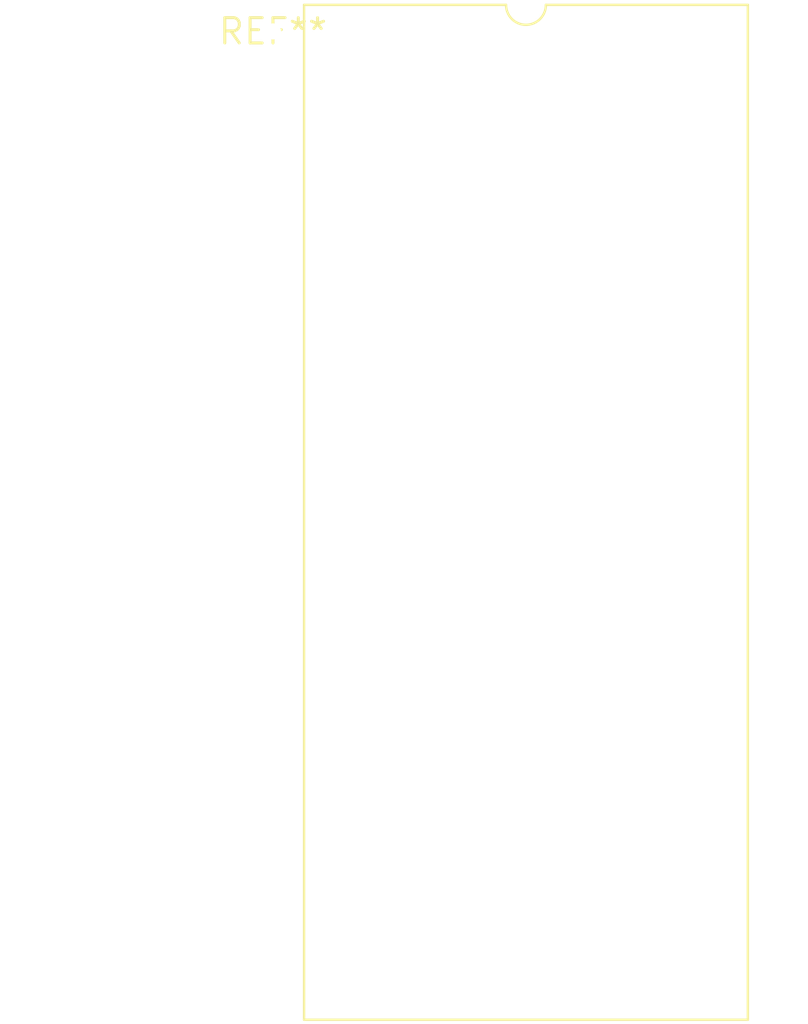
<source format=kicad_pcb>
(kicad_pcb (version 20240108) (generator pcbnew)
  (layers (0 "F.Cu" signal) (31 "B.Cu" signal) (34 "B.Paste" user) (35 "F.Paste" user) (36 "B.SilkS" user "B.Silkscreen") (37 "F.SilkS" user "F.Silkscreen") (38 "B.Mask" user) (39 "F.Mask" user) (44 "Edge.Cuts" user))
  (net 0 "")
  (footprint "DIP-40_W25.4mm_LongPads" (layer "F.Cu") (at 0 0)
    (property "Reference" "REF**")
    (property "Value" "DIP-40_W25.4mm_LongPads")
    (fp_line (start 1.56 -1.33) (end 1.56 49.59) (layer "F.SilkS") (stroke (width 0.12)))
    (fp_line (start 1.56 49.59) (end 23.84 49.59) (layer "F.SilkS") (stroke (width 0.12)))
    (fp_line (start 11.7 -1.33) (end 1.56 -1.33) (layer "F.SilkS") (stroke (width 0.12)))
    (fp_line (start 23.84 -1.33) (end 13.7 -1.33) (layer "F.SilkS") (stroke (width 0.12)))
    (fp_line (start 23.84 49.59) (end 23.84 -1.33) (layer "F.SilkS") (stroke (width 0.12)))
    (fp_arc (start 13.7 -1.33) (mid 12.7 -0.33) (end 11.7 -1.33) (layer "F.SilkS") (stroke (width 0.12)))
    (pad "1" thru_hole rect (at 0 0) (size 2.4 1.6) (drill 0.8) (layers *.Cu *.Mask) (remove_unused_layers))
    (pad "2" thru_hole oval (at 0 2.54) (size 2.4 1.6) (drill 0.8) (layers *.Cu *.Mask) (remove_unused_layers))
    (pad "3" thru_hole oval (at 0 5.08) (size 2.4 1.6) (drill 0.8) (layers *.Cu *.Mask) (remove_unused_layers))
    (pad "4" thru_hole oval (at 0 7.62) (size 2.4 1.6) (drill 0.8) (layers *.Cu *.Mask) (remove_unused_layers))
    (pad "5" thru_hole oval (at 0 10.16) (size 2.4 1.6) (drill 0.8) (layers *.Cu *.Mask) (remove_unused_layers))
    (pad "6" thru_hole oval (at 0 12.7) (size 2.4 1.6) (drill 0.8) (layers *.Cu *.Mask) (remove_unused_layers))
    (pad "7" thru_hole oval (at 0 15.24) (size 2.4 1.6) (drill 0.8) (layers *.Cu *.Mask) (remove_unused_layers))
    (pad "8" thru_hole oval (at 0 17.78) (size 2.4 1.6) (drill 0.8) (layers *.Cu *.Mask) (remove_unused_layers))
    (pad "9" thru_hole oval (at 0 20.32) (size 2.4 1.6) (drill 0.8) (layers *.Cu *.Mask) (remove_unused_layers))
    (pad "10" thru_hole oval (at 0 22.86) (size 2.4 1.6) (drill 0.8) (layers *.Cu *.Mask) (remove_unused_layers))
    (pad "11" thru_hole oval (at 0 25.4) (size 2.4 1.6) (drill 0.8) (layers *.Cu *.Mask) (remove_unused_layers))
    (pad "12" thru_hole oval (at 0 27.94) (size 2.4 1.6) (drill 0.8) (layers *.Cu *.Mask) (remove_unused_layers))
    (pad "13" thru_hole oval (at 0 30.48) (size 2.4 1.6) (drill 0.8) (layers *.Cu *.Mask) (remove_unused_layers))
    (pad "14" thru_hole oval (at 0 33.02) (size 2.4 1.6) (drill 0.8) (layers *.Cu *.Mask) (remove_unused_layers))
    (pad "15" thru_hole oval (at 0 35.56) (size 2.4 1.6) (drill 0.8) (layers *.Cu *.Mask) (remove_unused_layers))
    (pad "16" thru_hole oval (at 0 38.1) (size 2.4 1.6) (drill 0.8) (layers *.Cu *.Mask) (remove_unused_layers))
    (pad "17" thru_hole oval (at 0 40.64) (size 2.4 1.6) (drill 0.8) (layers *.Cu *.Mask) (remove_unused_layers))
    (pad "18" thru_hole oval (at 0 43.18) (size 2.4 1.6) (drill 0.8) (layers *.Cu *.Mask) (remove_unused_layers))
    (pad "19" thru_hole oval (at 0 45.72) (size 2.4 1.6) (drill 0.8) (layers *.Cu *.Mask) (remove_unused_layers))
    (pad "20" thru_hole oval (at 0 48.26) (size 2.4 1.6) (drill 0.8) (layers *.Cu *.Mask) (remove_unused_layers))
    (pad "21" thru_hole oval (at 25.4 48.26) (size 2.4 1.6) (drill 0.8) (layers *.Cu *.Mask) (remove_unused_layers))
    (pad "22" thru_hole oval (at 25.4 45.72) (size 2.4 1.6) (drill 0.8) (layers *.Cu *.Mask) (remove_unused_layers))
    (pad "23" thru_hole oval (at 25.4 43.18) (size 2.4 1.6) (drill 0.8) (layers *.Cu *.Mask) (remove_unused_layers))
    (pad "24" thru_hole oval (at 25.4 40.64) (size 2.4 1.6) (drill 0.8) (layers *.Cu *.Mask) (remove_unused_layers))
    (pad "25" thru_hole oval (at 25.4 38.1) (size 2.4 1.6) (drill 0.8) (layers *.Cu *.Mask) (remove_unused_layers))
    (pad "26" thru_hole oval (at 25.4 35.56) (size 2.4 1.6) (drill 0.8) (layers *.Cu *.Mask) (remove_unused_layers))
    (pad "27" thru_hole oval (at 25.4 33.02) (size 2.4 1.6) (drill 0.8) (layers *.Cu *.Mask) (remove_unused_layers))
    (pad "28" thru_hole oval (at 25.4 30.48) (size 2.4 1.6) (drill 0.8) (layers *.Cu *.Mask) (remove_unused_layers))
    (pad "29" thru_hole oval (at 25.4 27.94) (size 2.4 1.6) (drill 0.8) (layers *.Cu *.Mask) (remove_unused_layers))
    (pad "30" thru_hole oval (at 25.4 25.4) (size 2.4 1.6) (drill 0.8) (layers *.Cu *.Mask) (remove_unused_layers))
    (pad "31" thru_hole oval (at 25.4 22.86) (size 2.4 1.6) (drill 0.8) (layers *.Cu *.Mask) (remove_unused_layers))
    (pad "32" thru_hole oval (at 25.4 20.32) (size 2.4 1.6) (drill 0.8) (layers *.Cu *.Mask) (remove_unused_layers))
    (pad "33" thru_hole oval (at 25.4 17.78) (size 2.4 1.6) (drill 0.8) (layers *.Cu *.Mask) (remove_unused_layers))
    (pad "34" thru_hole oval (at 25.4 15.24) (size 2.4 1.6) (drill 0.8) (layers *.Cu *.Mask) (remove_unused_layers))
    (pad "35" thru_hole oval (at 25.4 12.7) (size 2.4 1.6) (drill 0.8) (layers *.Cu *.Mask) (remove_unused_layers))
    (pad "36" thru_hole oval (at 25.4 10.16) (size 2.4 1.6) (drill 0.8) (layers *.Cu *.Mask) (remove_unused_layers))
    (pad "37" thru_hole oval (at 25.4 7.62) (size 2.4 1.6) (drill 0.8) (layers *.Cu *.Mask) (remove_unused_layers))
    (pad "38" thru_hole oval (at 25.4 5.08) (size 2.4 1.6) (drill 0.8) (layers *.Cu *.Mask) (remove_unused_layers))
    (pad "39" thru_hole oval (at 25.4 2.54) (size 2.4 1.6) (drill 0.8) (layers *.Cu *.Mask) (remove_unused_layers))
    (pad "40" thru_hole oval (at 25.4 0) (size 2.4 1.6) (drill 0.8) (layers *.Cu *.Mask) (remove_unused_layers))
  )
)
</source>
